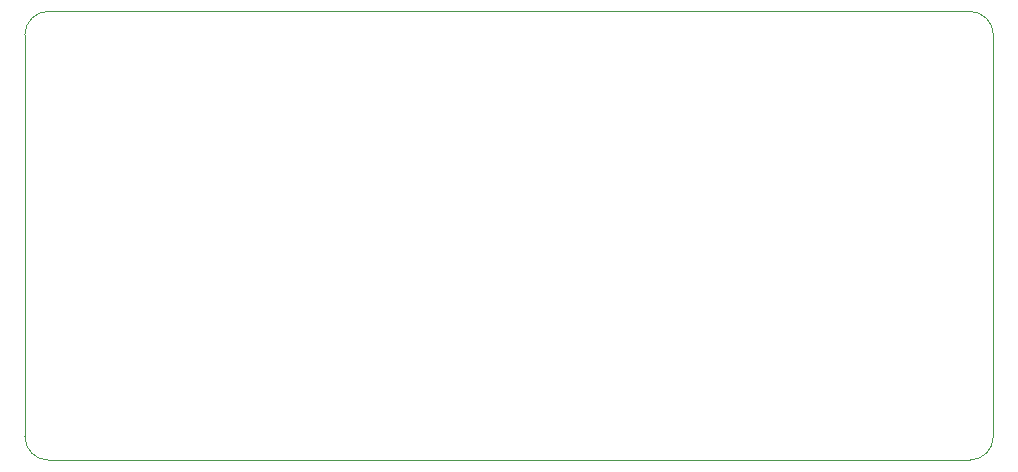
<source format=gm1>
G04 #@! TF.GenerationSoftware,KiCad,Pcbnew,7.0.2*
G04 #@! TF.CreationDate,2023-11-21T13:08:25+01:00*
G04 #@! TF.ProjectId,ZDG_ELEKTRONIKA_D-class_AMP,5a44475f-454c-4454-9b54-524f4e494b41,rev?*
G04 #@! TF.SameCoordinates,Original*
G04 #@! TF.FileFunction,Profile,NP*
%FSLAX46Y46*%
G04 Gerber Fmt 4.6, Leading zero omitted, Abs format (unit mm)*
G04 Created by KiCad (PCBNEW 7.0.2) date 2023-11-21 13:08:25*
%MOMM*%
%LPD*%
G01*
G04 APERTURE LIST*
G04 #@! TA.AperFunction,Profile*
%ADD10C,0.100000*%
G04 #@! TD*
G04 APERTURE END LIST*
D10*
X0Y-2000000D02*
X0Y-36000000D01*
X82000000Y-36000000D02*
X82000000Y-2000000D01*
X0Y-36000000D02*
G75*
G03*
X2000000Y-38000000I2000000J0D01*
G01*
X82000000Y-2000000D02*
G75*
G03*
X80000000Y0I-2000000J0D01*
G01*
X80000000Y-38000000D02*
G75*
G03*
X82000000Y-36000000I0J2000000D01*
G01*
X2000000Y-38000000D02*
X80000000Y-38000000D01*
X2000000Y0D02*
X80000000Y0D01*
X2000000Y0D02*
G75*
G03*
X0Y-2000000I-1J-1999999D01*
G01*
M02*

</source>
